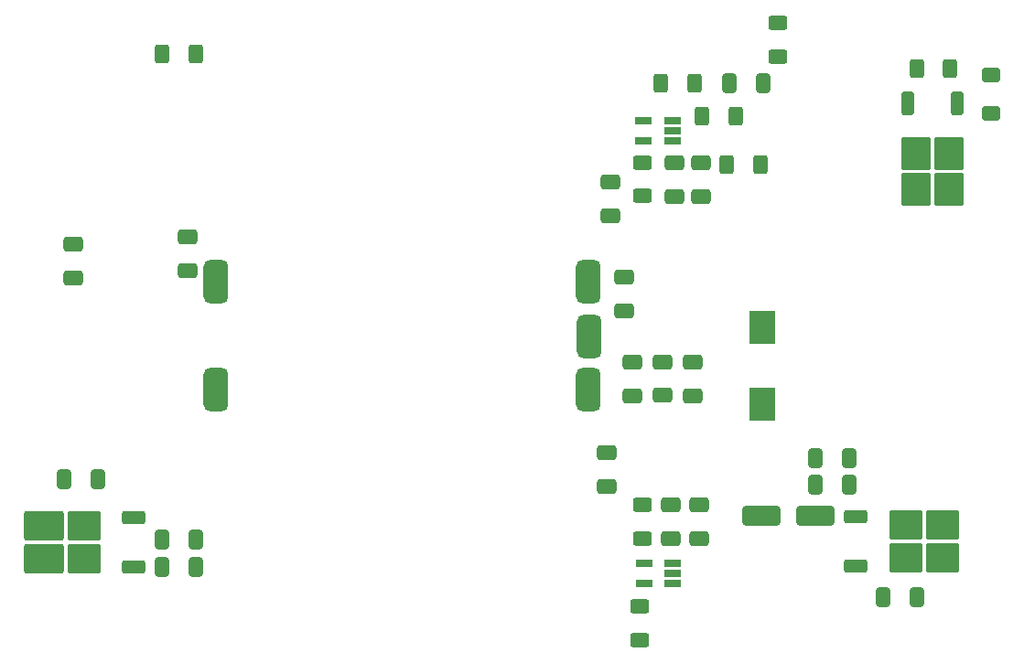
<source format=gbr>
%TF.GenerationSoftware,KiCad,Pcbnew,8.0.0~rc3-9622918c31~176~ubuntu22.04.1*%
%TF.CreationDate,2024-02-20T19:33:40+05:30*%
%TF.ProjectId,digital-amp,64696769-7461-46c2-9d61-6d702e6b6963,rev?*%
%TF.SameCoordinates,Original*%
%TF.FileFunction,Paste,Top*%
%TF.FilePolarity,Positive*%
%FSLAX46Y46*%
G04 Gerber Fmt 4.6, Leading zero omitted, Abs format (unit mm)*
G04 Created by KiCad (PCBNEW 8.0.0~rc3-9622918c31~176~ubuntu22.04.1) date 2024-02-20 19:33:40*
%MOMM*%
%LPD*%
G01*
G04 APERTURE LIST*
G04 Aperture macros list*
%AMRoundRect*
0 Rectangle with rounded corners*
0 $1 Rounding radius*
0 $2 $3 $4 $5 $6 $7 $8 $9 X,Y pos of 4 corners*
0 Add a 4 corners polygon primitive as box body*
4,1,4,$2,$3,$4,$5,$6,$7,$8,$9,$2,$3,0*
0 Add four circle primitives for the rounded corners*
1,1,$1+$1,$2,$3*
1,1,$1+$1,$4,$5*
1,1,$1+$1,$6,$7*
1,1,$1+$1,$8,$9*
0 Add four rect primitives between the rounded corners*
20,1,$1+$1,$2,$3,$4,$5,0*
20,1,$1+$1,$4,$5,$6,$7,0*
20,1,$1+$1,$6,$7,$8,$9,0*
20,1,$1+$1,$8,$9,$2,$3,0*%
G04 Aperture macros list end*
%ADD10RoundRect,0.571500X-0.571500X-1.428500X0.571500X-1.428500X0.571500X1.428500X-0.571500X1.428500X0*%
%ADD11RoundRect,0.250000X0.625000X-0.400000X0.625000X0.400000X-0.625000X0.400000X-0.625000X-0.400000X0*%
%ADD12R,1.560000X0.650000*%
%ADD13RoundRect,0.250000X0.650000X-0.412500X0.650000X0.412500X-0.650000X0.412500X-0.650000X-0.412500X0*%
%ADD14RoundRect,0.250000X-0.650000X0.412500X-0.650000X-0.412500X0.650000X-0.412500X0.650000X0.412500X0*%
%ADD15RoundRect,0.250000X0.400000X0.625000X-0.400000X0.625000X-0.400000X-0.625000X0.400000X-0.625000X0*%
%ADD16RoundRect,0.250000X-0.400000X-0.625000X0.400000X-0.625000X0.400000X0.625000X-0.400000X0.625000X0*%
%ADD17RoundRect,0.250000X0.412500X0.650000X-0.412500X0.650000X-0.412500X-0.650000X0.412500X-0.650000X0*%
%ADD18RoundRect,0.250000X1.500000X0.650000X-1.500000X0.650000X-1.500000X-0.650000X1.500000X-0.650000X0*%
%ADD19RoundRect,0.250000X-0.412500X-0.650000X0.412500X-0.650000X0.412500X0.650000X-0.412500X0.650000X0*%
%ADD20RoundRect,0.250000X0.850000X0.350000X-0.850000X0.350000X-0.850000X-0.350000X0.850000X-0.350000X0*%
%ADD21RoundRect,0.250000X1.275000X1.125000X-1.275000X1.125000X-1.275000X-1.125000X1.275000X-1.125000X0*%
%ADD22RoundRect,0.250000X1.585000X1.125000X-1.585000X1.125000X-1.585000X-1.125000X1.585000X-1.125000X0*%
%ADD23RoundRect,0.250000X-0.850000X-0.350000X0.850000X-0.350000X0.850000X0.350000X-0.850000X0.350000X0*%
%ADD24RoundRect,0.250000X-1.275000X-1.125000X1.275000X-1.125000X1.275000X1.125000X-1.275000X1.125000X0*%
%ADD25RoundRect,0.250000X0.600000X-0.400000X0.600000X0.400000X-0.600000X0.400000X-0.600000X-0.400000X0*%
%ADD26R,2.400000X3.080000*%
%ADD27RoundRect,0.250000X-0.350000X0.850000X-0.350000X-0.850000X0.350000X-0.850000X0.350000X0.850000X0*%
%ADD28RoundRect,0.250000X-1.125000X1.275000X-1.125000X-1.275000X1.125000X-1.275000X1.125000X1.275000X0*%
G04 APERTURE END LIST*
D10*
%TO.C,T1*%
X22190000Y-18870000D03*
X22230000Y-23920000D03*
X22190000Y-28870000D03*
X-12310000Y-18870000D03*
X-12310000Y-28870000D03*
%TD*%
D11*
%TO.C,R1*%
X27128000Y-10936000D03*
X27128000Y-7836000D03*
%TD*%
D12*
%TO.C,U8*%
X29982500Y-5840000D03*
X29982500Y-4890000D03*
X29982500Y-3940000D03*
X27282500Y-3940000D03*
X27282500Y-5840000D03*
%TD*%
D13*
%TO.C,C1*%
X24200000Y-12800000D03*
X24200000Y-9675000D03*
%TD*%
D14*
%TO.C,C8*%
X23900000Y-34725000D03*
X23900000Y-37850000D03*
%TD*%
D15*
%TO.C,R5*%
X38100000Y-8025000D03*
X35000000Y-8025000D03*
%TD*%
D12*
%TO.C,U7*%
X29997500Y-46810000D03*
X29997500Y-45860000D03*
X29997500Y-44910000D03*
X27297500Y-44910000D03*
X27297500Y-46810000D03*
%TD*%
D16*
%TO.C,R3*%
X52550000Y850000D03*
X55650000Y850000D03*
%TD*%
D17*
%TO.C,C5*%
X46312500Y-35200000D03*
X43187500Y-35200000D03*
%TD*%
%TO.C,C4*%
X46312500Y-37650000D03*
X43187500Y-37650000D03*
%TD*%
D18*
%TO.C,D1*%
X43197500Y-40550000D03*
X38197500Y-40550000D03*
%TD*%
D19*
%TO.C,C6*%
X-17312500Y-45320000D03*
X-14187500Y-45320000D03*
%TD*%
D17*
%TO.C,C11*%
X-23212500Y-37125000D03*
X-26337500Y-37125000D03*
%TD*%
D15*
%TO.C,R7*%
X32000000Y-450000D03*
X28900000Y-450000D03*
%TD*%
D14*
%TO.C,B5*%
X-14880000Y-14707500D03*
X-14880000Y-17832500D03*
%TD*%
D19*
%TO.C,C9*%
X49437500Y-48060000D03*
X52562500Y-48060000D03*
%TD*%
D15*
%TO.C,R6*%
X-14180000Y2230000D03*
X-17280000Y2230000D03*
%TD*%
D11*
%TO.C,R4*%
X39675000Y2000000D03*
X39675000Y5100000D03*
%TD*%
D19*
%TO.C,C2*%
X-17312500Y-42780000D03*
X-14187500Y-42780000D03*
%TD*%
D20*
%TO.C,U6*%
X-19890000Y-45240000D03*
D21*
X-24515000Y-44485000D03*
X-24515000Y-41435000D03*
D22*
X-28175000Y-44485000D03*
X-28175000Y-41435000D03*
D20*
X-19890000Y-40680000D03*
%TD*%
D13*
%TO.C,C12*%
X32410000Y-42680000D03*
X32410000Y-39555000D03*
%TD*%
D14*
%TO.C,C13*%
X32620000Y-7867500D03*
X32620000Y-10992500D03*
%TD*%
D13*
%TO.C,B4*%
X26250000Y-29425000D03*
X26250000Y-26300000D03*
%TD*%
%TO.C,C15*%
X25450000Y-21600000D03*
X25450000Y-18475000D03*
%TD*%
D23*
%TO.C,U2*%
X46935000Y-40615000D03*
D24*
X51560000Y-41370000D03*
X51560000Y-44420000D03*
X54910000Y-41370000D03*
X54910000Y-44420000D03*
D23*
X46935000Y-45175000D03*
%TD*%
D25*
%TO.C,D3*%
X59402500Y-3252500D03*
X59402500Y247500D03*
%TD*%
D26*
%TO.C,L1*%
X38250000Y-23110000D03*
X38250000Y-30190000D03*
%TD*%
D14*
%TO.C,C16*%
X31850000Y-26300000D03*
X31850000Y-29425000D03*
%TD*%
%TO.C,B1*%
X29790000Y-39537500D03*
X29790000Y-42662500D03*
%TD*%
%TO.C,C3*%
X-25470000Y-15387500D03*
X-25470000Y-18512500D03*
%TD*%
D27*
%TO.C,Q1*%
X56305000Y-2350000D03*
D28*
X55550000Y-6975000D03*
X52500000Y-6975000D03*
X55550000Y-10325000D03*
X52500000Y-10325000D03*
D27*
X51745000Y-2350000D03*
%TD*%
D13*
%TO.C,B3*%
X29050000Y-29400000D03*
X29050000Y-26275000D03*
%TD*%
D11*
%TO.C,R2*%
X26874000Y-52058000D03*
X26874000Y-48958000D03*
%TD*%
D16*
%TO.C,R8*%
X32710000Y-3560000D03*
X35810000Y-3560000D03*
%TD*%
D11*
%TO.C,R9*%
X27210000Y-42650000D03*
X27210000Y-39550000D03*
%TD*%
D13*
%TO.C,B2*%
X30150000Y-10982500D03*
X30150000Y-7857500D03*
%TD*%
D19*
%TO.C,C14*%
X35187500Y-475000D03*
X38312500Y-475000D03*
%TD*%
M02*

</source>
